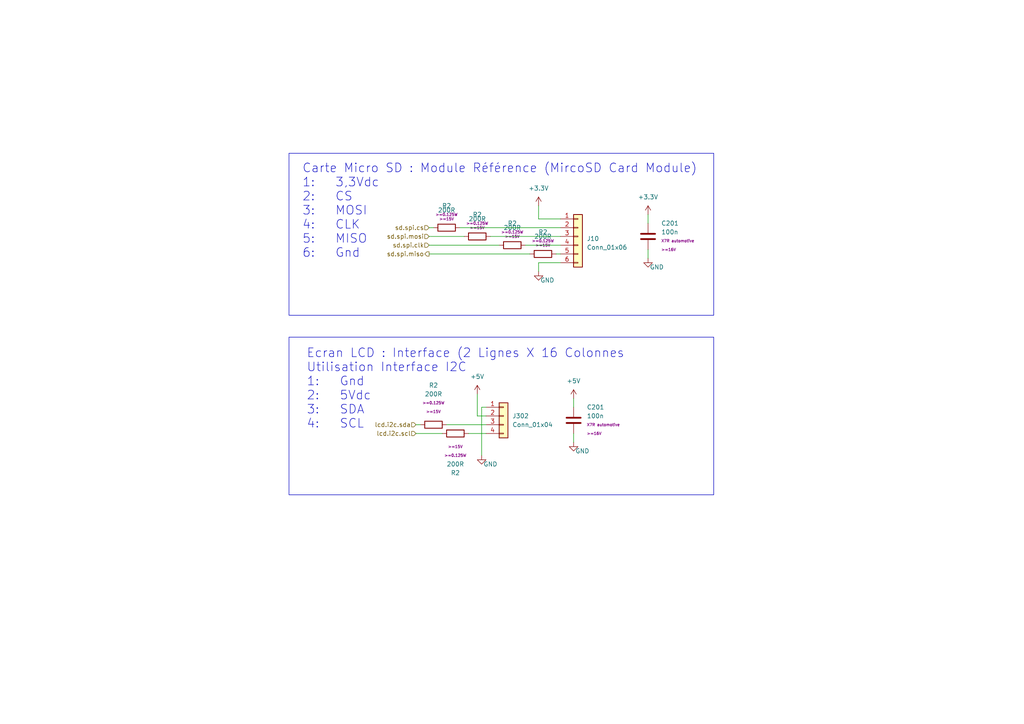
<source format=kicad_sch>
(kicad_sch (version 20230121) (generator eeschema)
  (paper "A4")
  (title_block (title "Mem SD & Ecran LCD"))
  (lib_symbols
    (symbol "0db:capacitors/AVX 0805YC104J4Z" (pin_numbers hide) (pin_names (offset 0.254))
      (property "Reference" "C" (at 0.635 2.54 0))
      (property "Value" "100n 16V" (at 0.635 -2.54 0))
      (property "Value 2" "0805 5%" (at 0 0 0))
      (property "Value 3" "X7R automotive" (at 0 0 0))
      (symbol "capacitors/AVX 0805YC104J4Z_0_1"
        (polyline (pts (xy -2.032 -0.762) (xy 2.032 -0.762)) (stroke (width 0.508)))
        (polyline (pts (xy -2.032 0.762) (xy 2.032 0.762)) (stroke (width 0.508)))
      )
      (symbol "capacitors/AVX 0805YC104J4Z_1_1"
        (pin passive line (at 0 3.81 270) (length 2.794) (name "~") (number "1"))
        (pin passive line (at 0 -3.81 90) (length 2.794) (name "~") (number "2"))
      )
    )
    (symbol "0db:resistors/Koa RK73H2ATTD2000F" (pin_numbers hide) (pin_names (offset 0))
      (property "Reference" "R" (at 2.032 0 90))
      (property "Value" "200R 1%" (at 0 0 90))
      (property "Value 2" "0805 100ppm" (at 0 0 0))
      (property "Value 3" "0.25W 150V" (at 0 0 0))
      (symbol "resistors/Koa RK73H2ATTD2000F_0_1"
        (rectangle (start -1.016 -2.54) (end 1.016 2.54) (stroke (width 0.254)))
      )
      (symbol "resistors/Koa RK73H2ATTD2000F_1_1"
        (pin passive line (at 0 3.81 270) (length 1.27) (name "~") (number "1"))
        (pin passive line (at 0 -3.81 90) (length 1.27) (name "~") (number "2"))
      )
    )
    (symbol "Connector_Generic:Conn_01x04" (pin_names (offset 1.016) hide)
      (property "Reference" "J" (at 0 5.08 0))
      (property "Value" "Conn_01x04" (at 0 -7.62 0))
      (symbol "Conn_01x04_1_1"
        (rectangle (start -1.27 -4.953) (end 0 -5.207) (stroke (width 0.1524)))
        (rectangle (start -1.27 -2.413) (end 0 -2.667) (stroke (width 0.1524)))
        (rectangle (start -1.27 0.127) (end 0 -0.127) (stroke (width 0.1524)))
        (rectangle (start -1.27 2.667) (end 0 2.413) (stroke (width 0.1524)))
        (rectangle (start -1.27 3.81) (end 1.27 -6.35) (stroke (width 0.254)) (fill (type background)))
        (pin passive line (at -5.08 2.54 0) (length 3.81) (name "Pin_1") (number "1"))
        (pin passive line (at -5.08 0 0) (length 3.81) (name "Pin_2") (number "2"))
        (pin passive line (at -5.08 -2.54 0) (length 3.81) (name "Pin_3") (number "3"))
        (pin passive line (at -5.08 -5.08 0) (length 3.81) (name "Pin_4") (number "4"))
      )
    )
    (symbol "Connector_Generic:Conn_01x06" (pin_names (offset 1.016) hide)
      (property "Reference" "J" (at 0 7.62 0))
      (property "Value" "Conn_01x06" (at 0 -10.16 0))
      (symbol "Conn_01x06_1_1"
        (rectangle (start -1.27 -7.493) (end 0 -7.747) (stroke (width 0.1524)))
        (rectangle (start -1.27 -4.953) (end 0 -5.207) (stroke (width 0.1524)))
        (rectangle (start -1.27 -2.413) (end 0 -2.667) (stroke (width 0.1524)))
        (rectangle (start -1.27 0.127) (end 0 -0.127) (stroke (width 0.1524)))
        (rectangle (start -1.27 2.667) (end 0 2.413) (stroke (width 0.1524)))
        (rectangle (start -1.27 5.207) (end 0 4.953) (stroke (width 0.1524)))
        (rectangle (start -1.27 6.35) (end 1.27 -8.89) (stroke (width 0.254)) (fill (type background)))
        (pin passive line (at -5.08 5.08 0) (length 3.81) (name "Pin_1") (number "1"))
        (pin passive line (at -5.08 2.54 0) (length 3.81) (name "Pin_2") (number "2"))
        (pin passive line (at -5.08 0 0) (length 3.81) (name "Pin_3") (number "3"))
        (pin passive line (at -5.08 -2.54 0) (length 3.81) (name "Pin_4") (number "4"))
        (pin passive line (at -5.08 -5.08 0) (length 3.81) (name "Pin_5") (number "5"))
        (pin passive line (at -5.08 -7.62 0) (length 3.81) (name "Pin_6") (number "6"))
      )
    )
    (symbol "power:+3.3V" (power) (pin_names (offset 0))
      (property "Value" "+3.3V" (at 0 3.556 0))
      (symbol "+3.3V_0_1"
        (polyline (pts (xy -0.762 1.27) (xy 0 2.54)))
        (polyline (pts (xy 0 0) (xy 0 2.54)))
        (polyline (pts (xy 0 2.54) (xy 0.762 1.27)))
      )
      (symbol "+3.3V_1_1"
        (pin power_in line (at 0 0 90) (length 0) hide (name "+3.3V") (number "1"))
      )
    )
    (symbol "power:+5V" (power) (pin_names (offset 0))
      (property "Value" "+5V" (at 0 3.556 0))
      (symbol "+5V_0_1"
        (polyline (pts (xy -0.762 1.27) (xy 0 2.54)))
        (polyline (pts (xy 0 0) (xy 0 2.54)))
        (polyline (pts (xy 0 2.54) (xy 0.762 1.27)))
      )
      (symbol "+5V_1_1"
        (pin power_in line (at 0 0 90) (length 0) hide (name "+5V") (number "1"))
      )
    )
    (symbol "power:GND" (power) (pin_names (offset 0))
      (property "Value" "GND" (at 0 -3.81 0))
      (symbol "GND_0_1"
        (polyline (pts (xy 0 0) (xy 0 -1.27) (xy 1.27 -1.27) (xy 0 -2.54) (xy -1.27 -1.27) (xy 0 -1.27)))
      )
      (symbol "GND_1_1"
        (pin power_in line (at 0 0 270) (length 0) hide (name "GND") (number "1"))
      )
    )
  )
  (wire (pts (xy 162.56 76.2) (xy 156.21 76.2)))
  (wire (pts (xy 187.96 62.23) (xy 187.96 64.77)))
  (wire (pts (xy 124.46 68.58) (xy 134.62 68.58)))
  (wire (pts (xy 166.37 125.73) (xy 166.37 128.27)))
  (wire (pts (xy 129.54 123.19) (xy 140.97 123.19)))
  (wire (pts (xy 156.21 76.2) (xy 156.21 78.74)))
  (wire (pts (xy 135.89 125.73) (xy 140.97 125.73)))
  (wire (pts (xy 156.21 59.69) (xy 156.21 63.5)))
  (wire (pts (xy 140.97 118.11) (xy 139.7 118.11)))
  (wire (pts (xy 142.24 68.58) (xy 162.56 68.58)))
  (wire (pts (xy 138.43 120.65) (xy 140.97 120.65)))
  (wire (pts (xy 124.46 73.66) (xy 153.67 73.66)))
  (wire (pts (xy 124.46 66.04) (xy 125.73 66.04)))
  (wire (pts (xy 133.35 66.04) (xy 162.56 66.04)))
  (wire (pts (xy 161.29 73.66) (xy 162.56 73.66)))
  (wire (pts (xy 138.43 114.3) (xy 138.43 120.65)))
  (wire (pts (xy 124.46 71.12) (xy 144.78 71.12)))
  (wire (pts (xy 187.96 72.39) (xy 187.96 74.93)))
  (wire (pts (xy 162.56 63.5) (xy 156.21 63.5)))
  (wire (pts (xy 120.65 123.19) (xy 121.92 123.19)))
  (wire (pts (xy 120.65 125.73) (xy 128.27 125.73)))
  (wire (pts (xy 139.7 118.11) (xy 139.7 132.08)))
  (wire (pts (xy 152.4 71.12) (xy 162.56 71.12)))
  (wire (pts (xy 166.37 115.57) (xy 166.37 118.11)))
  (rectangle (start 83.82 97.79) (end 207.01 143.51))
  (rectangle (start 83.82 44.45) (end 207.01 91.44))
  (text "Ecran LCD : Interface (2 Lignes X 16 Colonnes\nUtilisation Interface I2C\n1:	Gnd\n2: 	5Vdc\n3:	SDA\n4:	SCL" (at 88.9 124.46 0) (effects (font (size 2.54 2.54)) (justify left bottom)))
  (text "Carte Micro SD : Module Référence (MircoSD Card Module)\n1:	3,3Vdc\n2: 	CS\n3:	MOSI\n4:	CLK\n5:	MISO\n6:	Gnd" (at 87.63 74.93 0) (effects (font (size 2.54 2.54)) (justify left bottom)))
  (hierarchical_label "sd.spi.cs" (shape input) (at 124.46 66.04 180))
  (hierarchical_label "sd.spi.miso" (shape output) (at 124.46 73.66 180))
  (hierarchical_label "lcd.i2c.scl" (shape input) (at 120.65 125.73 180))
  (hierarchical_label "sd.spi.mosi" (shape input) (at 124.46 68.58 180))
  (hierarchical_label "lcd.i2c.sda" (shape input) (at 120.65 123.19 180))
  (hierarchical_label "sd.spi.clk" (shape input) (at 124.46 71.12 180))
  (symbol (lib_id "0db:resistors/Koa RK73H2ATTD2000F") (at 138.43 68.58 90) (unit 1)
    (property "Reference" "R2" (at 138.43 62.23 90))
    (property "Value" "200R" (at 138.43 63.5 90))
    (property "Footprint" "Resistor_SMD:R_0805_2012Metric" (effects hide))
    (property "Datasheet" "https://www.koaspeer.com/pdfs/RK73H.pdf" (effects hide))
    (property "Value 2" ">=0.125W" (at 138.43 64.77 90) (effects (font (size 0.8 0.8))))
    (property "Value 3" ">=15V" (at 138.43 66.04 90) (effects (font (size 0.8 0.8))))
    (property "Manufacturer" "KOA or Vishay or PANASONIC" (effects hide))
    (property "Tolerance" "<=1%" (effects hide))
    (property "Package" "0805" (effects hide))
    (property "LCSC" "C844828" (effects hide))
    (instances (project "robot-5A" (path "" (reference "R2") (unit 1)) (path "" (reference "R302") (unit 1))))
  )
  (symbol (lib_id "power:+3.3V") (at 187.96 62.23 0) (unit 1)
    (property "Reference" "#PWR0201" (effects hide))
    (property "Value" "+3.3V" (at 187.96 57.15 0))
    (instances (project "robot-5A" (path "" (reference "#PWR0201") (unit 1)) (path "" (reference "#PWR0302") (unit 1))))
  )
  (symbol (lib_id "power:GND") (at 139.7 132.08 0) (unit 1)
    (property "Reference" "#PWR054" (effects hide))
    (property "Value" "GND" (at 142.24 134.62 0))
    (instances (project "Projet 3eme Annee - ROBOT" (path "" (reference "#PWR054") (unit 1))) (project "robot-5A" (path "" (reference "#PWR0308") (unit 1))) (project "Projet ROBOT - SchC)ma Root" (path "" (reference "#PWR07") (unit 1))) (project "Schema Racine" (path "" (reference "#PWR07") (unit 1)) (path "" (reference "#PWR046") (unit 1)) (path "" (reference "#PWR043") (unit 1))))
  )
  (symbol (lib_id "0db:capacitors/AVX 0805YC104J4Z") (at 187.96 68.58 0) (unit 1)
    (property "Reference" "C201" (at 191.77 64.77 0) (effects (justify left)))
    (property "Value" "100n" (at 191.77 67.31 0) (effects (justify left)))
    (property "Footprint" "Capacitor_SMD:C_0805_2012Metric" (effects hide))
    (property "Datasheet" "https://datasheets.kyocera-avx.com/FlexitermMLCC.pdf" (effects hide))
    (property "Value 2" "X7R automotive" (at 191.77 69.85 0) (effects (font (size 0.8 0.8)) (justify left)))
    (property "Value 3" ">=16V" (at 191.77 72.39 0) (effects (font (size 0.8 0.8)) (justify left)))
    (property "Manufacturer" "Kyocera or Samsung" (effects hide))
    (property "Tolerance" "<=10%" (effects hide))
    (property "Package" "0805" (effects hide))
    (property "LCSC" "C2167422" (effects hide))
    (instances (project "robot-5A" (path "" (reference "C201") (unit 1)) (path "" (reference "C301") (unit 1))))
  )
  (symbol (lib_id "power:GND") (at 166.37 128.27 0) (unit 1)
    (property "Reference" "#PWR056" (effects hide))
    (property "Value" "GND" (at 168.91 130.81 0))
    (instances (project "Projet 3eme Annee - ROBOT" (path "" (reference "#PWR056") (unit 1))) (project "robot-5A" (path "" (reference "#PWR0307") (unit 1))) (project "Projet ROBOT - SchC)ma Root" (path "" (reference "#PWR07") (unit 1))) (project "Schema Racine" (path "" (reference "#PWR07") (unit 1)) (path "" (reference "#PWR046") (unit 1)) (path "" (reference "#PWR045") (unit 1))))
  )
  (symbol (lib_id "0db:resistors/Koa RK73H2ATTD2000F") (at 125.73 123.19 90) (unit 1)
    (property "Reference" "R2" (at 125.73 111.76 90))
    (property "Value" "200R" (at 125.73 114.3 90))
    (property "Footprint" "Resistor_SMD:R_0805_2012Metric" (effects hide))
    (property "Datasheet" "https://www.koaspeer.com/pdfs/RK73H.pdf" (effects hide))
    (property "Value 2" ">=0.125W" (at 125.73 116.84 90) (effects (font (size 0.8 0.8))))
    (property "Value 3" ">=15V" (at 125.73 119.38 90) (effects (font (size 0.8 0.8))))
    (property "Manufacturer" "KOA or Vishay or PANASONIC" (effects hide))
    (property "Tolerance" "<=1%" (effects hide))
    (property "Package" "0805" (effects hide))
    (property "LCSC" "C844828" (effects hide))
    (instances (project "robot-5A" (path "" (reference "R2") (unit 1)) (path "" (reference "R305") (unit 1))))
  )
  (symbol (lib_id "0db:resistors/Koa RK73H2ATTD2000F") (at 148.59 71.12 90) (unit 1)
    (property "Reference" "R2" (at 148.59 64.77 90))
    (property "Value" "200R" (at 148.59 66.04 90))
    (property "Footprint" "Resistor_SMD:R_0805_2012Metric" (effects hide))
    (property "Datasheet" "https://www.koaspeer.com/pdfs/RK73H.pdf" (effects hide))
    (property "Value 2" ">=0.125W" (at 148.59 67.31 90) (effects (font (size 0.8 0.8))))
    (property "Value 3" ">=15V" (at 148.59 68.58 90) (effects (font (size 0.8 0.8))))
    (property "Manufacturer" "KOA or Vishay or PANASONIC" (effects hide))
    (property "Tolerance" "<=1%" (effects hide))
    (property "Package" "0805" (effects hide))
    (property "LCSC" "C844828" (effects hide))
    (instances (project "robot-5A" (path "" (reference "R2") (unit 1)) (path "" (reference "R303") (unit 1))))
  )
  (symbol (lib_id "Connector_Generic:Conn_01x06") (at 167.64 68.58 0) (unit 1)
    (property "Reference" "J10" (at 170.18 69.215 0) (effects (justify left)))
    (property "Value" "Conn_01x06" (at 170.18 71.755 0) (effects (justify left)))
    (property "Footprint" "Connector_PinSocket_2.54mm:PinSocket_1x06_P2.54mm_Vertical" (effects hide))
    (property "Datasheet" "https://fr.aliexpress.com/item/1005005284430059.html" (effects hide))
    (property "Package" "1x06 Pin Headers" (effects hide))
    (instances (project "Projet 3eme Annee - ROBOT" (path "" (reference "J10") (unit 1))) (project "robot-5A" (path "" (reference "J301") (unit 1))) (project "Projet ROBOT - SchC)ma Root" (path "" (reference "J4") (unit 1))) (project "Schema Racine" (path "" (reference "J4") (unit 1))))
  )
  (symbol (lib_id "power:+5V") (at 138.43 114.3 0) (unit 1)
    (property "Reference" "#PWR0305" (effects hide))
    (property "Value" "+5V" (at 138.43 109.22 0))
  )
  (symbol (lib_id "0db:resistors/Koa RK73H2ATTD2000F") (at 129.54 66.04 90) (unit 1)
    (property "Reference" "R2" (at 129.54 59.69 90))
    (property "Value" "200R" (at 129.54 60.96 90))
    (property "Footprint" "Resistor_SMD:R_0805_2012Metric" (effects hide))
    (property "Datasheet" "https://www.koaspeer.com/pdfs/RK73H.pdf" (effects hide))
    (property "Value 2" ">=0.125W" (at 129.54 62.23 90) (effects (font (size 0.8 0.8))))
    (property "Value 3" ">=15V" (at 129.54 63.5 90) (effects (font (size 0.8 0.8))))
    (property "Manufacturer" "KOA or Vishay or PANASONIC" (effects hide))
    (property "Tolerance" "<=1%" (effects hide))
    (property "Package" "0805" (effects hide))
    (property "LCSC" "C844828" (effects hide))
    (instances (project "robot-5A" (path "" (reference "R2") (unit 1)) (path "" (reference "R301") (unit 1))))
  )
  (symbol (lib_id "power:+3.3V") (at 156.21 59.69 0) (unit 1)
    (property "Reference" "#PWR0201" (effects hide))
    (property "Value" "+3.3V" (at 156.21 54.61 0))
    (instances (project "robot-5A" (path "" (reference "#PWR0201") (unit 1)) (path "" (reference "#PWR0301") (unit 1))))
  )
  (symbol (lib_id "0db:resistors/Koa RK73H2ATTD2000F") (at 132.08 125.73 270) (mirror x) (unit 1)
    (property "Reference" "R2" (at 132.08 137.16 90))
    (property "Value" "200R" (at 132.08 134.62 90))
    (property "Footprint" "Resistor_SMD:R_0805_2012Metric" (effects hide))
    (property "Datasheet" "https://www.koaspeer.com/pdfs/RK73H.pdf" (effects hide))
    (property "Value 2" ">=0.125W" (at 132.08 132.08 90) (effects (font (size 0.8 0.8))))
    (property "Value 3" ">=15V" (at 132.08 129.54 90) (effects (font (size 0.8 0.8))))
    (property "Manufacturer" "KOA or Vishay or PANASONIC" (effects hide))
    (property "Tolerance" "<=1%" (effects hide))
    (property "Package" "0805" (effects hide))
    (property "LCSC" "C844828" (effects hide))
    (instances (project "robot-5A" (path "" (reference "R2") (unit 1)) (path "" (reference "R306") (unit 1))))
  )
  (symbol (lib_id "0db:capacitors/AVX 0805YC104J4Z") (at 166.37 121.92 0) (unit 1)
    (property "Reference" "C201" (at 170.18 118.11 0) (effects (justify left)))
    (property "Value" "100n" (at 170.18 120.65 0) (effects (justify left)))
    (property "Footprint" "Capacitor_SMD:C_0805_2012Metric" (effects hide))
    (property "Datasheet" "https://datasheets.kyocera-avx.com/FlexitermMLCC.pdf" (effects hide))
    (property "Value 2" "X7R automotive" (at 170.18 123.19 0) (effects (font (size 0.8 0.8)) (justify left)))
    (property "Value 3" ">=16V" (at 170.18 125.73 0) (effects (font (size 0.8 0.8)) (justify left)))
    (property "Manufacturer" "Kyocera or Samsung" (effects hide))
    (property "Tolerance" "<=10%" (effects hide))
    (property "Package" "0805" (effects hide))
    (property "LCSC" "C2167422" (effects hide))
    (instances (project "robot-5A" (path "" (reference "C201") (unit 1)) (path "" (reference "C302") (unit 1))))
  )
  (symbol (lib_id "power:GND") (at 187.96 74.93 0) (unit 1)
    (property "Reference" "#PWR057" (effects hide))
    (property "Value" "GND" (at 190.5 77.47 0))
    (instances (project "Projet 3eme Annee - ROBOT" (path "" (reference "#PWR057") (unit 1))) (project "robot-5A" (path "" (reference "#PWR0303") (unit 1))) (project "Projet ROBOT - SchC)ma Root" (path "" (reference "#PWR07") (unit 1))) (project "Schema Racine" (path "" (reference "#PWR07") (unit 1)) (path "" (reference "#PWR046") (unit 1)) (path "" (reference "#PWR041") (unit 1))))
  )
  (symbol (lib_id "Connector_Generic:Conn_01x04") (at 146.05 120.65 0) (unit 1)
    (property "Reference" "J302" (at 148.59 120.65 0) (effects (justify left)))
    (property "Value" "Conn_01x04" (at 148.59 123.19 0) (effects (justify left)))
    (property "Footprint" "Connector_PinHeader_2.54mm:PinHeader_1x04_P2.54mm_Vertical" (effects hide))
    (property "Package" "1x04 Pin Headers" (effects hide))
    (property "LCSC" "C6332197" (effects hide))
  )
  (symbol (lib_id "power:GND") (at 156.21 78.74 0) (unit 1)
    (property "Reference" "#PWR055" (effects hide))
    (property "Value" "GND" (at 158.75 81.28 0))
    (instances (project "Projet 3eme Annee - ROBOT" (path "" (reference "#PWR055") (unit 1))) (project "robot-5A" (path "" (reference "#PWR0304") (unit 1))) (project "Projet ROBOT - SchC)ma Root" (path "" (reference "#PWR07") (unit 1))) (project "Schema Racine" (path "" (reference "#PWR07") (unit 1)) (path "" (reference "#PWR046") (unit 1)) (path "" (reference "#PWR026") (unit 1))))
  )
  (symbol (lib_id "0db:resistors/Koa RK73H2ATTD2000F") (at 157.48 73.66 90) (unit 1)
    (property "Reference" "R2" (at 157.48 67.31 90))
    (property "Value" "200R" (at 157.48 68.58 90))
    (property "Footprint" "Resistor_SMD:R_0805_2012Metric" (effects hide))
    (property "Datasheet" "https://www.koaspeer.com/pdfs/RK73H.pdf" (effects hide))
    (property "Value 2" ">=0.125W" (at 157.48 69.85 90) (effects (font (size 0.8 0.8))))
    (property "Value 3" ">=15V" (at 157.48 71.12 90) (effects (font (size 0.8 0.8))))
    (property "Manufacturer" "KOA or Vishay or PANASONIC" (effects hide))
    (property "Tolerance" "<=1%" (effects hide))
    (property "Package" "0805" (effects hide))
    (property "LCSC" "C844828" (effects hide))
    (instances (project "robot-5A" (path "" (reference "R2") (unit 1)) (path "" (reference "R304") (unit 1))))
  )
  (symbol (lib_id "power:+5V") (at 166.37 115.57 0) (unit 1)
    (property "Reference" "#PWR0306" (effects hide))
    (property "Value" "+5V" (at 166.37 110.49 0))
  )
)
</source>
